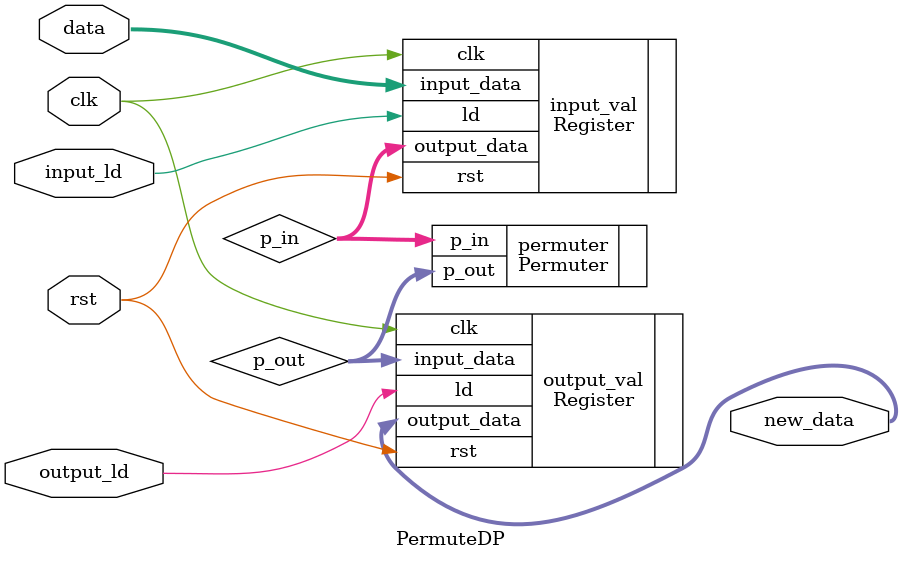
<source format=v>
`timescale 1ns/1ns
module PermuteDP (
    clk,
    rst,
    input_ld,
    output_ld,

    data,

    new_data
);
    input clk, rst;
    input input_ld, output_ld;
    input [24:0] data;

    output [24:0] new_data;

    wire [24:0] p_in;
    wire [24:0] p_out;

    Register #(25) input_val(.clk(clk), .rst(rst), .ld(input_ld), .input_data(data), 
        .output_data(p_in));

    Permuter permuter(.p_in(p_in), 
        .p_out(p_out));

    Register #(25) output_val(.clk(clk), .rst(rst), .ld(output_ld), .input_data(p_out), 
        .output_data(new_data));

    
endmodule
</source>
